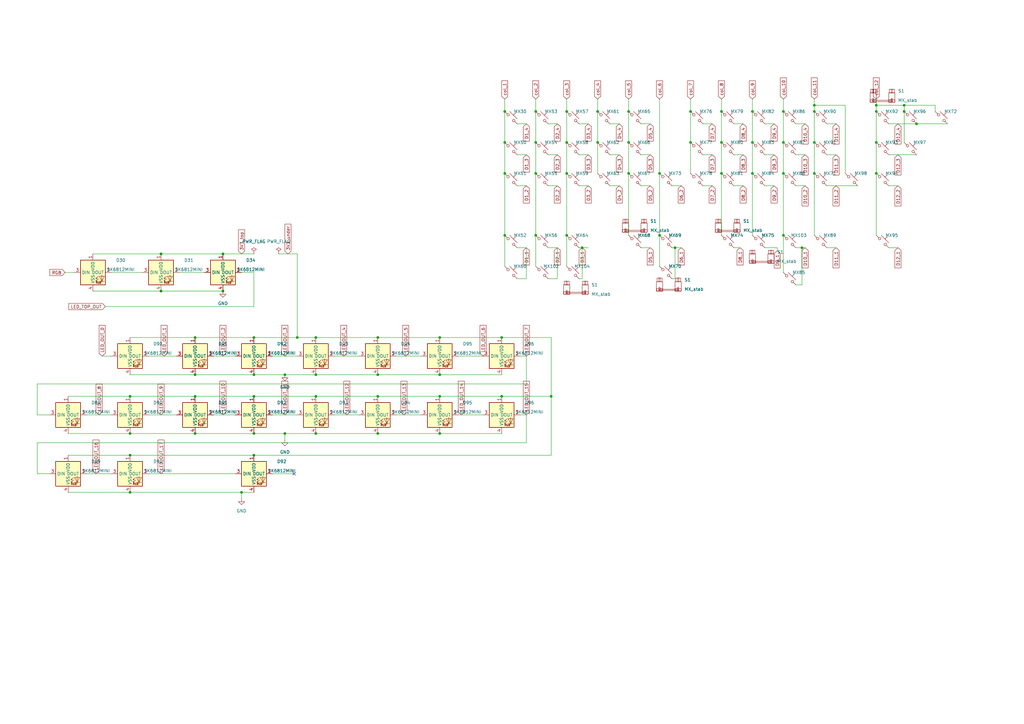
<source format=kicad_sch>
(kicad_sch (version 20230121) (generator eeschema)
  (paper "A3")
  (junction (at 295.91 45.72))
  (junction (at 129.54 162.56))
  (junction (at 104.14 153.67))
  (junction (at 154.94 138.43))
  (junction (at 80.01 177.8))
  (junction (at 232.41 71.12))
  (junction (at 321.31 96.52))
  (junction (at 129.54 177.8))
  (junction (at 219.71 71.12))
  (junction (at 53.34 201.93))
  (junction (at 270.51 71.12))
  (junction (at 104.14 177.8))
  (junction (at 232.41 45.72))
  (junction (at 245.11 45.72))
  (junction (at 116.84 153.67))
  (junction (at 180.34 153.67))
  (junction (at 207.01 71.12))
  (junction (at 207.01 96.52))
  (junction (at 257.81 45.72))
  (junction (at 232.41 58.42))
  (junction (at 154.94 177.8))
  (junction (at 226.06 162.56))
  (junction (at 207.01 58.42))
  (junction (at 129.54 138.43))
  (junction (at 359.41 45.72))
  (junction (at 91.44 119.38))
  (junction (at 328.93 101.6))
  (junction (at 359.41 71.12))
  (junction (at 283.21 45.72))
  (junction (at 334.01 58.42))
  (junction (at 180.34 138.43))
  (junction (at 180.34 177.8))
  (junction (at 104.14 162.56))
  (junction (at 205.74 138.43))
  (junction (at 80.01 153.67))
  (junction (at 66.04 104.14))
  (junction (at 295.91 71.12))
  (junction (at 308.61 71.12))
  (junction (at 232.41 96.52))
  (junction (at 180.34 162.56))
  (junction (at 219.71 96.52))
  (junction (at 321.31 71.12))
  (junction (at 80.01 138.43))
  (junction (at 370.84 45.72))
  (junction (at 359.41 58.42))
  (junction (at 99.06 201.93))
  (junction (at 257.81 71.12))
  (junction (at 308.61 58.42))
  (junction (at 207.01 45.72))
  (junction (at 154.94 153.67))
  (junction (at 53.34 162.56))
  (junction (at 66.04 119.38))
  (junction (at 104.14 186.69))
  (junction (at 154.94 162.56))
  (junction (at 205.74 162.56))
  (junction (at 219.71 45.72))
  (junction (at 334.01 45.72))
  (junction (at 321.31 45.72))
  (junction (at 257.81 58.42))
  (junction (at 370.84 43.18))
  (junction (at 283.21 58.42))
  (junction (at 359.41 43.18))
  (junction (at 53.34 177.8))
  (junction (at 104.14 138.43))
  (junction (at 375.92 50.8))
  (junction (at 245.11 58.42))
  (junction (at 116.84 177.8))
  (junction (at 219.71 58.42))
  (junction (at 91.44 104.14))
  (junction (at 334.01 71.12))
  (junction (at 238.76 101.6))
  (junction (at 129.54 153.67))
  (junction (at 276.86 101.6))
  (junction (at 270.51 96.52))
  (junction (at 80.01 162.56))
  (junction (at 321.31 58.42))
  (junction (at 334.01 43.18))
  (junction (at 53.34 186.69))
  (junction (at 295.91 58.42))
  (junction (at 308.61 45.72))
  (junction (at 121.92 138.43))
  (no_connect (at 120.65 194.31))
  (wire (pts (xy 35.56 194.31) (xy 45.72 194.31)))
  (wire (pts (xy 205.74 138.43) (xy 226.06 138.43)))
  (wire (pts (xy 245.11 40.64) (xy 245.11 45.72)))
  (wire (pts (xy 111.76 146.05) (xy 121.92 146.05)))
  (wire (pts (xy 226.06 138.43) (xy 226.06 162.56)))
  (wire (pts (xy 104.14 186.69) (xy 226.06 186.69)))
  (wire (pts (xy 80.01 138.43) (xy 104.14 138.43)))
  (wire (pts (xy 300.99 76.2) (xy 304.8 76.2)))
  (wire (pts (xy 326.39 76.2) (xy 330.2 76.2)))
  (wire (pts (xy 80.01 177.8) (xy 104.14 177.8)))
  (wire (pts (xy 154.94 153.67) (xy 180.34 153.67)))
  (wire (pts (xy 262.89 76.2) (xy 266.7 76.2)))
  (wire (pts (xy 359.41 71.12) (xy 359.41 96.52)))
  (wire (pts (xy 364.49 101.6) (xy 368.3 101.6)))
  (wire (pts (xy 308.61 58.42) (xy 308.61 71.12)))
  (wire (pts (xy 116.84 177.8) (xy 129.54 177.8)))
  (wire (pts (xy 383.54 45.72) (xy 383.54 43.18)))
  (wire (pts (xy 238.76 101.6) (xy 241.3 101.6)))
  (wire (pts (xy 237.49 50.8) (xy 241.3 50.8)))
  (wire (pts (xy 111.76 170.18) (xy 121.92 170.18)))
  (wire (pts (xy 219.71 71.12) (xy 219.71 96.52)))
  (wire (pts (xy 121.92 138.43) (xy 129.54 138.43)))
  (wire (pts (xy 321.31 71.12) (xy 321.31 96.52)))
  (wire (pts (xy 137.16 170.18) (xy 147.32 170.18)))
  (wire (pts (xy 207.01 45.72) (xy 207.01 58.42)))
  (wire (pts (xy 375.92 50.8) (xy 388.62 50.8)))
  (wire (pts (xy 359.41 40.64) (xy 359.41 43.18)))
  (wire (pts (xy 250.19 50.8) (xy 254 50.8)))
  (wire (pts (xy 257.81 45.72) (xy 257.81 58.42)))
  (wire (pts (xy 283.21 45.72) (xy 283.21 58.42)))
  (wire (pts (xy 270.51 71.12) (xy 270.51 96.52)))
  (wire (pts (xy 41.91 146.05) (xy 45.72 146.05)))
  (wire (pts (xy 129.54 138.43) (xy 154.94 138.43)))
  (wire (pts (xy 364.49 50.8) (xy 375.92 50.8)))
  (wire (pts (xy 276.86 114.3) (xy 276.86 101.6)))
  (wire (pts (xy 313.69 76.2) (xy 317.5 76.2)))
  (wire (pts (xy 308.61 71.12) (xy 308.61 96.52)))
  (wire (pts (xy 346.71 43.18) (xy 334.01 43.18)))
  (wire (pts (xy 245.11 45.72) (xy 245.11 58.42)))
  (wire (pts (xy 237.49 101.6) (xy 238.76 101.6)))
  (wire (pts (xy 99.06 111.76) (xy 104.14 111.76)))
  (wire (pts (xy 238.76 114.3) (xy 238.76 101.6)))
  (wire (pts (xy 237.49 114.3) (xy 238.76 114.3)))
  (wire (pts (xy 321.31 45.72) (xy 321.31 58.42)))
  (wire (pts (xy 224.79 50.8) (xy 228.6 50.8)))
  (wire (pts (xy 300.99 50.8) (xy 304.8 50.8)))
  (wire (pts (xy 66.04 104.14) (xy 91.44 104.14)))
  (wire (pts (xy 66.04 119.38) (xy 91.44 119.38)))
  (wire (pts (xy 232.41 40.64) (xy 232.41 45.72)))
  (wire (pts (xy 27.94 162.56) (xy 53.34 162.56)))
  (wire (pts (xy 250.19 63.5) (xy 254 63.5)))
  (wire (pts (xy 207.01 96.52) (xy 207.01 109.22)))
  (wire (pts (xy 308.61 40.64) (xy 308.61 45.72)))
  (wire (pts (xy 154.94 162.56) (xy 180.34 162.56)))
  (wire (pts (xy 212.09 50.8) (xy 215.9 50.8)))
  (wire (pts (xy 295.91 40.64) (xy 295.91 45.72)))
  (wire (pts (xy 99.06 201.93) (xy 99.06 204.47)))
  (wire (pts (xy 60.96 146.05) (xy 72.39 146.05)))
  (wire (pts (xy 313.69 101.6) (xy 318.77 101.6)))
  (wire (pts (xy 262.89 63.5) (xy 266.7 63.5)))
  (wire (pts (xy 15.24 170.18) (xy 20.32 170.18)))
  (wire (pts (xy 288.29 50.8) (xy 292.1 50.8)))
  (wire (pts (xy 383.54 43.18) (xy 370.84 43.18)))
  (wire (pts (xy 283.21 58.42) (xy 283.21 71.12)))
  (wire (pts (xy 334.01 40.64) (xy 334.01 43.18)))
  (wire (pts (xy 334.01 71.12) (xy 334.01 96.52)))
  (wire (pts (xy 215.9 170.18) (xy 215.9 181.61)))
  (wire (pts (xy 232.41 96.52) (xy 232.41 109.22)))
  (wire (pts (xy 129.54 153.67) (xy 154.94 153.67)))
  (wire (pts (xy 137.16 146.05) (xy 147.32 146.05)))
  (wire (pts (xy 224.79 101.6) (xy 228.6 101.6)))
  (wire (pts (xy 219.71 45.72) (xy 219.71 58.42)))
  (wire (pts (xy 53.34 162.56) (xy 80.01 162.56)))
  (wire (pts (xy 334.01 45.72) (xy 334.01 58.42)))
  (wire (pts (xy 232.41 45.72) (xy 232.41 58.42)))
  (wire (pts (xy 207.01 71.12) (xy 207.01 96.52)))
  (wire (pts (xy 15.24 157.48) (xy 15.24 170.18)))
  (wire (pts (xy 313.69 50.8) (xy 317.5 50.8)))
  (wire (pts (xy 359.41 45.72) (xy 359.41 58.42)))
  (wire (pts (xy 219.71 58.42) (xy 219.71 71.12)))
  (wire (pts (xy 232.41 71.12) (xy 232.41 96.52)))
  (wire (pts (xy 270.51 40.64) (xy 270.51 71.12)))
  (wire (pts (xy 213.36 170.18) (xy 215.9 170.18)))
  (wire (pts (xy 257.81 58.42) (xy 257.81 71.12)))
  (wire (pts (xy 80.01 153.67) (xy 104.14 153.67)))
  (wire (pts (xy 321.31 40.64) (xy 321.31 45.72)))
  (wire (pts (xy 87.63 170.18) (xy 96.52 170.18)))
  (wire (pts (xy 245.11 58.42) (xy 245.11 71.12)))
  (wire (pts (xy 111.76 194.31) (xy 120.65 194.31)))
  (wire (pts (xy 226.06 162.56) (xy 205.74 162.56)))
  (wire (pts (xy 339.09 50.8) (xy 342.9 50.8)))
  (wire (pts (xy 215.9 157.48) (xy 15.24 157.48)))
  (wire (pts (xy 339.09 101.6) (xy 342.9 101.6)))
  (wire (pts (xy 207.01 40.64) (xy 207.01 45.72)))
  (wire (pts (xy 226.06 162.56) (xy 226.06 186.69)))
  (wire (pts (xy 318.77 101.6) (xy 318.77 102.87)))
  (wire (pts (xy 228.6 101.6) (xy 228.6 114.3)))
  (wire (pts (xy 53.34 201.93) (xy 99.06 201.93)))
  (wire (pts (xy 275.59 101.6) (xy 276.86 101.6)))
  (wire (pts (xy 15.24 194.31) (xy 20.32 194.31)))
  (wire (pts (xy 328.93 116.84) (xy 328.93 101.6)))
  (wire (pts (xy 308.61 45.72) (xy 308.61 58.42)))
  (wire (pts (xy 224.79 114.3) (xy 228.6 114.3)))
  (wire (pts (xy 162.56 170.18) (xy 172.72 170.18)))
  (wire (pts (xy 35.56 170.18) (xy 45.72 170.18)))
  (wire (pts (xy 370.84 45.72) (xy 370.84 58.42)))
  (wire (pts (xy 104.14 111.76) (xy 104.14 125.73)))
  (wire (pts (xy 359.41 58.42) (xy 359.41 71.12)))
  (wire (pts (xy 91.44 104.14) (xy 104.14 104.14)))
  (wire (pts (xy 212.09 101.6) (xy 215.9 101.6)))
  (wire (pts (xy 346.71 43.18) (xy 346.71 71.12)))
  (wire (pts (xy 215.9 181.61) (xy 15.24 181.61)))
  (wire (pts (xy 27.94 177.8) (xy 53.34 177.8)))
  (wire (pts (xy 114.3 104.14) (xy 121.92 104.14)))
  (wire (pts (xy 224.79 63.5) (xy 228.6 63.5)))
  (wire (pts (xy 104.14 138.43) (xy 121.92 138.43)))
  (wire (pts (xy 104.14 153.67) (xy 116.84 153.67)))
  (wire (pts (xy 275.59 76.2) (xy 279.4 76.2)))
  (wire (pts (xy 60.96 194.31) (xy 96.52 194.31)))
  (wire (pts (xy 180.34 162.56) (xy 205.74 162.56)))
  (wire (pts (xy 370.84 43.18) (xy 359.41 43.18)))
  (wire (pts (xy 262.89 101.6) (xy 266.7 101.6)))
  (wire (pts (xy 26.67 111.76) (xy 30.48 111.76)))
  (wire (pts (xy 288.29 63.5) (xy 292.1 63.5)))
  (wire (pts (xy 60.96 170.18) (xy 72.39 170.18)))
  (wire (pts (xy 154.94 177.8) (xy 180.34 177.8)))
  (wire (pts (xy 212.09 63.5) (xy 215.9 63.5)))
  (wire (pts (xy 313.69 63.5) (xy 317.5 63.5)))
  (wire (pts (xy 162.56 146.05) (xy 172.72 146.05)))
  (wire (pts (xy 326.39 50.8) (xy 330.2 50.8)))
  (wire (pts (xy 15.24 181.61) (xy 15.24 194.31)))
  (wire (pts (xy 53.34 153.67) (xy 80.01 153.67)))
  (wire (pts (xy 45.72 111.76) (xy 58.42 111.76)))
  (wire (pts (xy 295.91 58.42) (xy 295.91 71.12)))
  (wire (pts (xy 326.39 101.6) (xy 328.93 101.6)))
  (wire (pts (xy 334.01 43.18) (xy 334.01 45.72)))
  (wire (pts (xy 53.34 186.69) (xy 104.14 186.69)))
  (wire (pts (xy 215.9 146.05) (xy 215.9 157.48)))
  (wire (pts (xy 262.89 50.8) (xy 266.7 50.8)))
  (wire (pts (xy 257.81 40.64) (xy 257.81 45.72)))
  (wire (pts (xy 276.86 101.6) (xy 279.4 101.6)))
  (wire (pts (xy 180.34 153.67) (xy 205.74 153.67)))
  (wire (pts (xy 104.14 162.56) (xy 129.54 162.56)))
  (wire (pts (xy 339.09 63.5) (xy 342.9 63.5)))
  (wire (pts (xy 219.71 96.52) (xy 219.71 109.22)))
  (wire (pts (xy 359.41 43.18) (xy 359.41 45.72)))
  (wire (pts (xy 129.54 177.8) (xy 154.94 177.8)))
  (wire (pts (xy 283.21 40.64) (xy 283.21 45.72)))
  (wire (pts (xy 38.1 104.14) (xy 66.04 104.14)))
  (wire (pts (xy 334.01 58.42) (xy 334.01 71.12)))
  (wire (pts (xy 38.1 119.38) (xy 66.04 119.38)))
  (wire (pts (xy 219.71 40.64) (xy 219.71 45.72)))
  (wire (pts (xy 275.59 114.3) (xy 276.86 114.3)))
  (wire (pts (xy 187.96 146.05) (xy 198.12 146.05)))
  (wire (pts (xy 187.96 170.18) (xy 198.12 170.18)))
  (wire (pts (xy 295.91 71.12) (xy 295.91 96.52)))
  (wire (pts (xy 80.01 162.56) (xy 104.14 162.56)))
  (wire (pts (xy 328.93 101.6) (xy 330.2 101.6)))
  (wire (pts (xy 99.06 201.93) (xy 104.14 201.93)))
  (wire (pts (xy 364.49 76.2) (xy 368.3 76.2)))
  (wire (pts (xy 213.36 146.05) (xy 215.9 146.05)))
  (wire (pts (xy 339.09 76.2) (xy 351.79 76.2)))
  (wire (pts (xy 326.39 116.84) (xy 328.93 116.84)))
  (wire (pts (xy 207.01 58.42) (xy 207.01 71.12)))
  (wire (pts (xy 288.29 76.2) (xy 292.1 76.2)))
  (wire (pts (xy 53.34 138.43) (xy 80.01 138.43)))
  (wire (pts (xy 215.9 101.6) (xy 215.9 114.3)))
  (wire (pts (xy 224.79 76.2) (xy 228.6 76.2)))
  (wire (pts (xy 116.84 153.67) (xy 129.54 153.67)))
  (wire (pts (xy 53.34 177.8) (xy 80.01 177.8)))
  (wire (pts (xy 370.84 45.72) (xy 370.84 43.18)))
  (wire (pts (xy 27.94 186.69) (xy 53.34 186.69)))
  (wire (pts (xy 257.81 71.12) (xy 257.81 96.52)))
  (wire (pts (xy 295.91 45.72) (xy 295.91 58.42)))
  (wire (pts (xy 73.66 111.76) (xy 83.82 111.76)))
  (wire (pts (xy 116.84 177.8) (xy 116.84 180.34)))
  (wire (pts (xy 27.94 201.93) (xy 53.34 201.93)))
  (wire (pts (xy 321.31 96.52) (xy 321.31 111.76)))
  (wire (pts (xy 87.63 146.05) (xy 96.52 146.05)))
  (wire (pts (xy 237.49 63.5) (xy 241.3 63.5)))
  (wire (pts (xy 300.99 63.5) (xy 304.8 63.5)))
  (wire (pts (xy 237.49 76.2) (xy 241.3 76.2)))
  (wire (pts (xy 43.18 125.73) (xy 104.14 125.73)))
  (wire (pts (xy 321.31 58.42) (xy 321.31 71.12)))
  (wire (pts (xy 270.51 96.52) (xy 270.51 109.22)))
  (wire (pts (xy 300.99 101.6) (xy 303.53 101.6)))
  (wire (pts (xy 232.41 58.42) (xy 232.41 71.12)))
  (wire (pts (xy 154.94 138.43) (xy 180.34 138.43)))
  (wire (pts (xy 364.49 63.5) (xy 375.92 63.5)))
  (wire (pts (xy 212.09 114.3) (xy 215.9 114.3)))
  (wire (pts (xy 180.34 177.8) (xy 205.74 177.8)))
  (wire (pts (xy 129.54 162.56) (xy 154.94 162.56)))
  (wire (pts (xy 180.34 138.43) (xy 205.74 138.43)))
  (wire (pts (xy 250.19 76.2) (xy 254 76.2)))
  (wire (pts (xy 104.14 177.8) (xy 116.84 177.8)))
  (wire (pts (xy 121.92 104.14) (xy 121.92 138.43)))
  (wire (pts (xy 326.39 63.5) (xy 330.2 63.5)))
  (wire (pts (xy 212.09 76.2) (xy 215.9 76.2)))
  (global_label "D3_3" (shape input) (at 241.3 63.5 270) (property "Intersheetrefs" "${INTERSHEET_REFS}" (effects hide)))
  (global_label "D9_2" (shape input) (at 317.5 76.2 270) (property "Intersheetrefs" "${INTERSHEET_REFS}" (effects hide)))
  (global_label "D1_1" (shape input) (at 215.9 101.6 270) (property "Intersheetrefs" "${INTERSHEET_REFS}" (effects hide)))
  (global_label "D9_1" (shape input) (at 318.77 102.87 270) (property "Intersheetrefs" "${INTERSHEET_REFS}" (effects hide)))
  (global_label "col_7" (shape input) (at 283.21 40.64 90) (property "Intersheetrefs" "${INTERSHEET_REFS}" (effects hide)))
  (global_label "D10_3" (shape input) (at 330.2 63.5 270) (property "Intersheetrefs" "${INTERSHEET_REFS}" (effects hide)))
  (global_label "D3_4" (shape input) (at 241.3 50.8 270) (property "Intersheetrefs" "${INTERSHEET_REFS}" (effects hide)))
  (global_label "D8_2" (shape input) (at 304.8 76.2 270) (property "Intersheetrefs" "${INTERSHEET_REFS}" (effects hide)))
  (global_label "D10_1" (shape input) (at 330.2 101.6 270) (property "Intersheetrefs" "${INTERSHEET_REFS}" (effects hide)))
  (global_label "LED_OUT_7" (shape input) (at 215.9 146.05 90) (property "Intersheetrefs" "${INTERSHEET_REFS}" (effects hide)))
  (global_label "LED_OUT_14" (shape input) (at 189.23 170.18 90) (property "Intersheetrefs" "${INTERSHEET_REFS}" (effects hide)))
  (global_label "col_5" (shape input) (at 257.81 40.64 90) (property "Intersheetrefs" "${INTERSHEET_REFS}" (effects hide)))
  (global_label "D9_3" (shape input) (at 317.5 63.5 270) (property "Intersheetrefs" "${INTERSHEET_REFS}" (effects hide)))
  (global_label "D12_3" (shape input) (at 368.3 63.5 270) (property "Intersheetrefs" "${INTERSHEET_REFS}" (effects hide)))
  (global_label "D12_2" (shape input) (at 368.3 76.2 270) (property "Intersheetrefs" "${INTERSHEET_REFS}" (effects hide)))
  (global_label "D9_4" (shape input) (at 317.5 50.8 270) (property "Intersheetrefs" "${INTERSHEET_REFS}" (effects hide)))
  (global_label "LED_OUT_8" (shape input) (at 40.64 170.18 90) (property "Intersheetrefs" "${INTERSHEET_REFS}" (effects hide)))
  (global_label "D11_3" (shape input) (at 342.9 63.5 270) (property "Intersheetrefs" "${INTERSHEET_REFS}" (effects hide)))
  (global_label "D2_4" (shape input) (at 228.6 50.8 270) (property "Intersheetrefs" "${INTERSHEET_REFS}" (effects hide)))
  (global_label "D10_2" (shape input) (at 330.2 76.2 270) (property "Intersheetrefs" "${INTERSHEET_REFS}" (effects hide)))
  (global_label "D4_2" (shape input) (at 254 76.2 270) (property "Intersheetrefs" "${INTERSHEET_REFS}" (effects hide)))
  (global_label "LED_OUT_17" (shape input) (at 66.04 194.31 90) (property "Intersheetrefs" "${INTERSHEET_REFS}" (effects hide)))
  (global_label "col_11" (shape input) (at 334.01 40.64 90) (property "Intersheetrefs" "${INTERSHEET_REFS}" (effects hide)))
  (global_label "LED_OUT_5" (shape input) (at 166.37 146.05 90) (property "Intersheetrefs" "${INTERSHEET_REFS}" (effects hide)))
  (global_label "LED_OUT_1" (shape input) (at 67.31 146.05 90) (property "Intersheetrefs" "${INTERSHEET_REFS}" (effects hide)))
  (global_label "LED_OUT_3" (shape input) (at 116.84 146.05 90) (property "Intersheetrefs" "${INTERSHEET_REFS}" (effects hide)))
  (global_label "LED_OUT_11" (shape input) (at 116.84 170.18 90) (property "Intersheetrefs" "${INTERSHEET_REFS}" (effects hide)))
  (global_label "col_8" (shape input) (at 295.91 40.64 90) (property "Intersheetrefs" "${INTERSHEET_REFS}" (effects hide)))
  (global_label "LED_OUT_12" (shape input) (at 142.24 170.18 90) (property "Intersheetrefs" "${INTERSHEET_REFS}" (effects hide)))
  (global_label "3V3_top" (shape input) (at 99.06 104.14 90) (property "Intersheetrefs" "${INTERSHEET_REFS}" (effects hide)))
  (global_label "col_12" (shape input) (at 359.41 40.64 90) (property "Intersheetrefs" "${INTERSHEET_REFS}" (effects hide)))
  (global_label "D8_4" (shape input) (at 304.8 50.8 270) (property "Intersheetrefs" "${INTERSHEET_REFS}" (effects hide)))
  (global_label "D1_4" (shape input) (at 215.9 50.8 270) (property "Intersheetrefs" "${INTERSHEET_REFS}" (effects hide)))
  (global_label "D11_4" (shape input) (at 342.9 50.8 270) (property "Intersheetrefs" "${INTERSHEET_REFS}" (effects hide)))
  (global_label "D5_4" (shape input) (at 266.7 50.8 270) (property "Intersheetrefs" "${INTERSHEET_REFS}" (effects hide)))
  (global_label "D4_3" (shape input) (at 254 63.5 270) (property "Intersheetrefs" "${INTERSHEET_REFS}" (effects hide)))
  (global_label "D10_4" (shape input) (at 330.2 50.8 270) (property "Intersheetrefs" "${INTERSHEET_REFS}" (effects hide)))
  (global_label "LED_OUT_16" (shape input) (at 39.37 194.31 90) (property "Intersheetrefs" "${INTERSHEET_REFS}" (effects hide)))
  (global_label "col_6" (shape input) (at 270.51 40.64 90) (property "Intersheetrefs" "${INTERSHEET_REFS}" (effects hide)))
  (global_label "col_9" (shape input) (at 308.61 40.64 90) (property "Intersheetrefs" "${INTERSHEET_REFS}" (effects hide)))
  (global_label "D2_1" (shape input) (at 228.6 101.6 270) (property "Intersheetrefs" "${INTERSHEET_REFS}" (effects hide)))
  (global_label "D1_2" (shape input) (at 215.9 76.2 270) (property "Intersheetrefs" "${INTERSHEET_REFS}" (effects hide)))
  (global_label "D7_3" (shape input) (at 292.1 63.5 270) (property "Intersheetrefs" "${INTERSHEET_REFS}" (effects hide)))
  (global_label "LED_OUT_2" (shape input) (at 91.44 146.05 90) (property "Intersheetrefs" "${INTERSHEET_REFS}" (effects hide)))
  (global_label "LED_OUT_13" (shape input) (at 165.6835 170.18 90) (property "Intersheetrefs" "${INTERSHEET_REFS}" (effects hide)))
  (global_label "D3_1" (shape input) (at 238.76 101.6 270) (property "Intersheetrefs" "${INTERSHEET_REFS}" (effects hide)))
  (global_label "D2_2" (shape input) (at 228.6 76.2 270) (property "Intersheetrefs" "${INTERSHEET_REFS}" (effects hide)))
  (global_label "col_3" (shape input) (at 232.41 40.64 90) (property "Intersheetrefs" "${INTERSHEET_REFS}" (effects hide)))
  (global_label "LED_OUT_10" (shape input) (at 91.44 170.18 90) (property "Intersheetrefs" "${INTERSHEET_REFS}" (effects hide)))
  (global_label "D6_2" (shape input) (at 279.4 76.2 270) (property "Intersheetrefs" "${INTERSHEET_REFS}" (effects hide)))
  (global_label "LED_OUT_4" (shape input) (at 140.97 146.05 90) (property "Intersheetrefs" "${INTERSHEET_REFS}" (effects hide)))
  (global_label "D5_3" (shape input) (at 266.7 63.5 270) (property "Intersheetrefs" "${INTERSHEET_REFS}" (effects hide)))
  (global_label "col_2" (shape input) (at 219.71 40.64 90) (property "Intersheetrefs" "${INTERSHEET_REFS}" (effects hide)))
  (global_label "col_10" (shape input) (at 321.31 40.64 90) (property "Intersheetrefs" "${INTERSHEET_REFS}" (effects hide)))
  (global_label "D5_1" (shape input) (at 266.7 101.6 270) (property "Intersheetrefs" "${INTERSHEET_REFS}" (effects hide)))
  (global_label "D11_1" (shape input) (at 342.9 101.6 270) (property "Intersheetrefs" "${INTERSHEET_REFS}" (effects hide)))
  (global_label "D2_3" (shape input) (at 228.6 63.5 270) (property "Intersheetrefs" "${INTERSHEET_REFS}" (effects hide)))
  (global_label "RGB" (shape input) (at 26.67 111.76 180) (property "Intersheetrefs" "${INTERSHEET_REFS}" (effects hide)))
  (global_label "3V3_under" (shape input) (at 118.11 104.14 90) (property "Intersheetrefs" "${INTERSHEET_REFS}" (effects hide)))
  (global_label "D6_1" (shape input) (at 279.4 101.6 270) (property "Intersheetrefs" "${INTERSHEET_REFS}" (effects hide)))
  (global_label "D11_2" (shape input) (at 342.9 76.2 270) (property "Intersheetrefs" "${INTERSHEET_REFS}" (effects hide)))
  (global_label "D7_2" (shape input) (at 292.1 76.2 270) (property "Intersheetrefs" "${INTERSHEET_REFS}" (effects hide)))
  (global_label "col_1" (shape input) (at 207.01 40.64 90) (property "Intersheetrefs" "${INTERSHEET_REFS}" (effects hide)))
  (global_label "D12_1" (shape input) (at 368.3 101.6 270) (property "Intersheetrefs" "${INTERSHEET_REFS}" (effects hide)))
  (global_label "D4_4" (shape input) (at 254 50.8 270) (property "Intersheetrefs" "${INTERSHEET_REFS}" (effects hide)))
  (global_label "col_4" (shape input) (at 245.11 40.64 90) (property "Intersheetrefs" "${INTERSHEET_REFS}" (effects hide)))
  (global_label "LED_OUT_0" (shape input) (at 41.91 146.05 90) (property "Intersheetrefs" "${INTERSHEET_REFS}" (effects hide)))
  (global_label "D8_1" (shape input) (at 303.53 101.6 270) (property "Intersheetrefs" "${INTERSHEET_REFS}" (effects hide)))
  (global_label "D5_2" (shape input) (at 266.7 76.2 270) (property "Intersheetrefs" "${INTERSHEET_REFS}" (effects hide)))
  (global_label "LED_OUT_9" (shape input) (at 66.04 170.18 90) (property "Intersheetrefs" "${INTERSHEET_REFS}" (effects hide)))
  (global_label "D8_3" (shape input) (at 304.8 63.5 270) (property "Intersheetrefs" "${INTERSHEET_REFS}" (effects hide)))
  (global_label "D3_2" (shape input) (at 241.3 76.2 270) (property "Intersheetrefs" "${INTERSHEET_REFS}" (effects hide)))
  (global_label "LED_OUT_15" (shape input) (at 215.9 170.18 90) (property "Intersheetrefs" "${INTERSHEET_REFS}" (effects hide)))
  (global_label "LED_TOP_OUT" (shape input) (at 43.18 125.73 180) (property "Intersheetrefs" "${INTERSHEET_REFS}" (effects hide)))
  (global_label "D1_3" (shape input) (at 215.9 63.5 270) (property "Intersheetrefs" "${INTERSHEET_REFS}" (effects hide)))
  (global_label "LED_OUT_6" (shape input) (at 198.12 146.05 90) (property "Intersheetrefs" "${INTERSHEET_REFS}" (effects hide)))
  (global_label "D7_4" (shape input) (at 292.1 50.8 270) (property "Intersheetrefs" "${INTERSHEET_REFS}" (effects hide)))
  (global_label "D12_4" (shape input) (at 368.3 50.8 270) (property "Intersheetrefs" "${INTERSHEET_REFS}" (effects hide)))
  (symbol (lib_id "PCM_marbastlib-various:SK6812MINI-E") (at 27.94 194.31 0) (unit 1)
    (property "Reference" "D89" (at 39.37 189.2932 0))
    (property "Value" "SK6812MINI" (at 39.37 193.1032 0))
    (property "Footprint" "weteor:LED_6028R_no_cut" (effects hide))
    (property "Datasheet" "https://cdn-shop.adafruit.com/product-files/2686/SK6812MINI_REV.01-1-2.pdf" (effects hide))
    (instances (project "qiz" (path "" (reference "D89") (unit 1)) (path "" (reference "D20") (unit 1)) (path "" (reference "D25") (unit 1))))
  )
  (symbol (lib_id "PCM_marbastlib-various:SK6812MINI-E") (at 53.34 146.05 0) (unit 1)
    (property "Reference" "D90" (at 64.77 141.0332 0))
    (property "Value" "SK6812MINI" (at 64.77 144.8432 0))
    (property "Footprint" "weteor:LED_6028R_no_cut" (effects hide))
    (property "Datasheet" "https://cdn-shop.adafruit.com/product-files/2686/SK6812MINI_REV.01-1-2.pdf" (effects hide))
    (instances (project "qiz" (path "" (reference "D90") (unit 1)) (path "" (reference "D49") (unit 1)) (path "" (reference "D101") (unit 1))))
  )
  (symbol (lib_id "PCM_marbastlib-mx:MX_stab") (at 312.42 105.41 0) (unit 1)
    (property "Reference" "S1" (at 318.77 103.3779 0) (effects (justify left)))
    (property "Value" "MX_stab" (at 318.77 107.1879 0) (effects (justify left)))
    (property "Footprint" "PCM_marbastlib-mx:STAB_MX_2.75u" (effects hide))
    (instances (project "qiz" (path "" (reference "S1") (unit 1)) (path "" (reference "S10") (unit 1))))
  )
  (symbol (lib_id "PCM_marbastlib-various:SK6812MINI-E") (at 129.54 146.05 0) (unit 1)
    (property "Reference" "D93" (at 140.97 141.0332 0))
    (property "Value" "SK6812MINI" (at 140.97 144.8432 0))
    (property "Footprint" "weteor:LED_6028R_no_cut" (effects hide))
    (property "Datasheet" "https://cdn-shop.adafruit.com/product-files/2686/SK6812MINI_REV.01-1-2.pdf" (effects hide))
    (instances (project "qiz" (path "" (reference "D93") (unit 1)) (path "" (reference "D93") (unit 1)) (path "" (reference "D104") (unit 1))))
  )
  (symbol (lib_id "PCM_marbastlib-various:SK6812MINI-E") (at 53.34 194.31 0) (unit 1)
    (property "Reference" "D90" (at 64.77 189.2932 0))
    (property "Value" "SK6812MINI" (at 64.77 193.1032 0))
    (property "Footprint" "weteor:LED_6028R_no_cut" (effects hide))
    (property "Datasheet" "https://cdn-shop.adafruit.com/product-files/2686/SK6812MINI_REV.01-1-2.pdf" (effects hide))
    (instances (project "qiz" (path "" (reference "D90") (unit 1)) (path "" (reference "D21") (unit 1)) (path "" (reference "D27") (unit 1))))
  )
  (symbol (lib_id "PCM_marbastlib-various:SK6812MINI-E") (at 27.94 170.18 0) (unit 1)
    (property "Reference" "D89" (at 39.37 165.1632 0))
    (property "Value" "SK6812MINI" (at 39.37 168.9732 0))
    (property "Footprint" "weteor:LED_6028R_no_cut" (effects hide))
    (property "Datasheet" "https://cdn-shop.adafruit.com/product-files/2686/SK6812MINI_REV.01-1-2.pdf" (effects hide))
    (instances (project "qiz" (path "" (reference "D89") (unit 1)) (path "" (reference "D12") (unit 1)) (path "" (reference "D24") (unit 1))))
  )
  (symbol (lib_id "PCM_marbastlib-mx:MX_SW_HS") (at 336.55 60.96 0) (unit 1)
    (property "Reference" "MX91" (at 340.36 58.42 0))
    (property "Value" "MX_SW_HS" (effects hide))
    (property "Footprint" "weteor:CherryMX_Hotswap" (effects hide))
    (instances (project "qiz" (path "" (reference "MX91") (unit 1)) (path "" (reference "MX74") (unit 1))))
  )
  (symbol (lib_id "PCM_marbastlib-various:SK6812MINI-E") (at 104.14 146.05 0) (unit 1)
    (property "Reference" "D92" (at 115.57 141.0332 0))
    (property "Value" "SK6812MINI" (at 115.57 144.8432 0))
    (property "Footprint" "weteor:LED_6028R_no_cut" (effects hide))
    (property "Datasheet" "https://cdn-shop.adafruit.com/product-files/2686/SK6812MINI_REV.01-1-2.pdf" (effects hide))
    (instances (project "qiz" (path "" (reference "D92") (unit 1)) (path "" (reference "D92") (unit 1)) (path "" (reference "D103") (unit 1))))
  )
  (symbol (lib_id "PCM_marbastlib-various:SK6812MINI-E") (at 91.44 111.76 0) (unit 1)
    (property "Reference" "D34" (at 102.87 106.7432 0))
    (property "Value" "SK6812MINI" (at 102.87 110.5532 0))
    (property "Footprint" "PCM_marbastlib-various:LED_6028R" (effects hide))
    (property "Datasheet" "https://cdn-shop.adafruit.com/product-files/2686/SK6812MINI_REV.01-1-2.pdf" (effects hide))
    (instances (project "qiz" (path "" (reference "D34") (unit 1)) (path "" (reference "D91") (unit 1)) (path "" (reference "D99") (unit 1))))
  )
  (symbol (lib_id "PCM_marbastlib-mx:MX_SW_HS") (at 336.55 99.06 0) (unit 1)
    (property "Reference" "MX89" (at 340.36 96.52 0))
    (property "Value" "MX_SW_HS" (effects hide))
    (property "Footprint" "weteor:CherryMX_Hotswap" (effects hide))
    (instances (project "qiz" (path "" (reference "MX89") (unit 1)) (path "" (reference "MX97") (unit 1))))
  )
  (symbol (lib_id "PCM_marbastlib-mx:MX_stab") (at 361.95 39.37 0) (unit 1)
    (property "Reference" "S1" (at 368.3 37.3379 0) (effects (justify left)))
    (property "Value" "MX_stab" (at 368.3 41.1479 0) (effects (justify left)))
    (property "Footprint" "PCM_marbastlib-mx:STAB_MX_ISO" (effects hide))
    (instances (project "qiz" (path "" (reference "S1") (unit 1)) (path "" (reference "S6") (unit 1))))
  )
  (symbol (lib_id "PCM_marbastlib-mx:MX_SW_HS") (at 373.38 60.96 0) (unit 1)
    (property "Reference" "MX97" (at 377.19 58.42 0))
    (property "Value" "MX_SW_HS" (effects hide))
    (property "Footprint" "weteor:CherryMX_Hotswap_1.5u" (effects hide))
    (instances (project "qiz" (path "" (reference "MX97") (unit 1)) (path "" (reference "MX76") (unit 1))))
  )
  (symbol (lib_id "PCM_marbastlib-mx:MX_SW_HS") (at 323.85 73.66 0) (unit 1)
    (property "Reference" "MX88" (at 327.66 71.12 0))
    (property "Value" "MX_SW_HS" (effects hide))
    (property "Footprint" "weteor:CherryMX_Hotswap" (effects hide))
    (instances (project "qiz" (path "" (reference "MX88") (unit 1)) (path "" (reference "MX86") (unit 1))))
  )
  (symbol (lib_id "PCM_marbastlib-various:SK6812MINI-E") (at 66.04 111.76 0) (unit 1)
    (property "Reference" "D31" (at 77.47 106.7432 0))
    (property "Value" "SK6812MINI" (at 77.47 110.5532 0))
    (property "Footprint" "PCM_marbastlib-various:LED_6028R" (effects hide))
    (property "Datasheet" "https://cdn-shop.adafruit.com/product-files/2686/SK6812MINI_REV.01-1-2.pdf" (effects hide))
    (instances (project "qiz" (path "" (reference "D31") (unit 1)) (path "" (reference "D89") (unit 1)) (path "" (reference "D98") (unit 1))))
  )
  (symbol (lib_id "PCM_marbastlib-mx:MX_SW_HS") (at 323.85 99.06 0) (unit 1)
    (property "Reference" "MX103" (at 327.66 96.52 0))
    (property "Value" "MX_SW_HS" (effects hide))
    (property "Footprint" "weteor:CherryMX_Hotswap_1.25u" (effects hide))
    (instances (project "qiz" (path "" (reference "MX103") (unit 1)) (path "" (reference "MX95") (unit 1))))
  )
  (symbol (lib_id "PCM_marbastlib-various:SK6812MINI-E") (at 104.14 170.18 0) (unit 1)
    (property "Reference" "D92" (at 115.57 165.1632 0))
    (property "Value" "SK6812MINI" (at 115.57 168.9732 0))
    (property "Footprint" "weteor:LED_6028R_no_cut" (effects hide))
    (property "Datasheet" "https://cdn-shop.adafruit.com/product-files/2686/SK6812MINI_REV.01-1-2.pdf" (effects hide))
    (instances (project "qiz" (path "" (reference "D92") (unit 1)) (path "" (reference "D15") (unit 1)) (path "" (reference "D30") (unit 1))))
  )
  (symbol (lib_id "PCM_marbastlib-mx:MX_SW_HS") (at 234.95 111.76 0) (unit 1)
    (property "Reference" "MX104" (at 238.76 109.22 0))
    (property "Value" "MX_SW_HS" (effects hide))
    (property "Footprint" "weteor:CherryMX_Hotswap" (effects hide))
    (instances (project "qiz" (path "" (reference "MX104") (unit 1)) (path "" (reference "MX101") (unit 1))))
  )
  (symbol (lib_id "PCM_marbastlib-various:SK6812MINI-E") (at 38.1 111.76 0) (unit 1)
    (property "Reference" "D30" (at 49.53 106.7432 0))
    (property "Value" "SK6812MINI" (at 49.53 110.5532 0))
    (property "Footprint" "PCM_marbastlib-various:LED_6028R" (effects hide))
    (property "Datasheet" "https://cdn-shop.adafruit.com/product-files/2686/SK6812MINI_REV.01-1-2.pdf" (effects hide))
    (instances (project "qiz" (path "" (reference "D30") (unit 1)) (path "" (reference "D48") (unit 1)) (path "" (reference "D97") (unit 1))))
  )
  (symbol (lib_id "PCM_marbastlib-mx:MX_stab") (at 298.45 92.71 0) (unit 1)
    (property "Reference" "S1" (at 304.8 90.6779 0) (effects (justify left)))
    (property "Value" "MX_stab" (at 304.8 94.4879 0) (effects (justify left)))
    (property "Footprint" "PCM_marbastlib-mx:STAB_MX_2.75u" (effects hide))
    (instances (project "qiz" (path "" (reference "S1") (unit 1)) (path "" (reference "S8") (unit 1))))
  )
  (symbol (lib_id "PCM_marbastlib-mx:MX_SW_HS") (at 222.25 111.76 0) (unit 1)
    (property "Reference" "MX102" (at 226.06 109.22 0))
    (property "Value" "MX_SW_HS" (effects hide))
    (property "Footprint" "weteor:CherryMX_Hotswap" (effects hide))
    (instances (project "qiz" (path "" (reference "MX102") (unit 1)) (path "" (reference "MX100") (unit 1))))
  )
  (symbol (lib_id "PCM_marbastlib-mx:MX_SW_HS") (at 298.45 60.96 0) (unit 1)
    (property "Reference" "MX80" (at 302.26 58.42 0))
    (property "Value" "MX_SW_HS" (effects hide))
    (property "Footprint" "weteor:CherryMX_Hotswap" (effects hide))
    (instances (project "qiz" (path "" (reference "MX80") (unit 1)) (path "" (reference "MX71") (unit 1))))
  )
  (symbol (lib_id "PCM_marbastlib-various:SK6812MINI-E") (at 205.74 146.05 0) (unit 1)
    (property "Reference" "D96" (at 217.17 141.0332 0))
    (property "Value" "SK6812MINI" (at 217.17 144.8432 0))
    (property "Footprint" "weteor:LED_6028R_no_cut" (effects hide))
    (property "Datasheet" "https://cdn-shop.adafruit.com/product-files/2686/SK6812MINI_REV.01-1-2.pdf" (effects hide))
    (instances (project "qiz" (path "" (reference "D96") (unit 1)) (path "" (reference "D96") (unit 1)) (path "" (reference "D107") (unit 1))))
  )
  (symbol (lib_id "power:GND") (at 99.06 204.47 0) (unit 1)
    (property "Reference" "#PWR028" (effects hide))
    (property "Value" "GND" (at 99.06 209.55 0))
    (instances (project "qiz" (path "" (reference "#PWR028") (unit 1)) (path "" (reference "#PWR031") (unit 1))))
  )
  (symbol (lib_id "PCM_marbastlib-mx:MX_SW_HS") (at 298.45 48.26 0) (unit 1)
    (property "Reference" "MX79" (at 302.26 45.72 0))
    (property "Value" "MX_SW_HS" (effects hide))
    (property "Footprint" "weteor:CherryMX_Hotswap" (effects hide))
    (instances (project "qiz" (path "" (reference "MX79") (unit 1)) (path "" (reference "MX58") (unit 1))))
  )
  (symbol (lib_id "PCM_marbastlib-mx:MX_SW_HS") (at 234.95 48.26 0) (unit 1)
    (property "Reference" "MX57" (at 238.76 45.72 0))
    (property "Value" "MX_SW_HS" (effects hide))
    (property "Footprint" "weteor:CherryMX_Hotswap" (effects hide))
    (instances (project "qiz" (path "" (reference "MX57") (unit 1)) (path "" (reference "MX54") (unit 1))))
  )
  (symbol (lib_id "PCM_marbastlib-mx:MX_SW_HS") (at 260.35 60.96 0) (unit 1)
    (property "Reference" "MX66" (at 264.16 58.42 0))
    (property "Value" "MX_SW_HS" (effects hide))
    (property "Footprint" "weteor:CherryMX_Hotswap" (effects hide))
    (instances (project "qiz" (path "" (reference "MX66") (unit 1)) (path "" (reference "MX69") (unit 1))))
  )
  (symbol (lib_id "PCM_marbastlib-various:SK6812MINI-E") (at 53.34 170.18 0) (unit 1)
    (property "Reference" "D90" (at 64.77 165.1632 0))
    (property "Value" "SK6812MINI" (at 64.77 168.9732 0))
    (property "Footprint" "weteor:LED_6028R_no_cut" (effects hide))
    (property "Datasheet" "https://cdn-shop.adafruit.com/product-files/2686/SK6812MINI_REV.01-1-2.pdf" (effects hide))
    (instances (project "qiz" (path "" (reference "D90") (unit 1)) (path "" (reference "D13") (unit 1)) (path "" (reference "D26") (unit 1))))
  )
  (symbol (lib_id "power:GND") (at 91.44 119.38 0) (unit 1)
    (property "Reference" "#PWR04" (effects hide))
    (property "Value" "GND" (at 91.44 124.46 0))
    (instances (project "qiz" (path "" (reference "#PWR04") (unit 1)) (path "" (reference "#PWR07") (unit 1)) (path "" (reference "#PWR026") (unit 1))))
  )
  (symbol (lib_id "power:PWR_FLAG") (at 114.3 104.14 0) (unit 1)
    (property "Reference" "#FLG01" (effects hide))
    (property "Value" "PWR_FLAG" (at 114.3 99.06 0))
    (instances (project "qiz" (path "" (reference "#FLG01") (unit 1)) (path "" (reference "#FLG04") (unit 1))))
  )
  (symbol (lib_id "power:GND") (at 116.84 180.34 0) (unit 1)
    (property "Reference" "#PWR025" (effects hide))
    (property "Value" "GND" (at 116.84 185.42 0))
    (instances (project "qiz" (path "" (reference "#PWR025") (unit 1)) (path "" (reference "#PWR032") (unit 1))))
  )
  (symbol (lib_id "PCM_marbastlib-mx:MX_SW_HS") (at 209.55 48.26 0) (unit 1)
    (property "Reference" "MX30" (at 213.36 45.72 0))
    (property "Value" "MX_SW_HS" (effects hide))
    (property "Footprint" "weteor:CherryMX_Hotswap_1.5u" (effects hide))
    (instances (project "qiz" (path "" (reference "MX30") (unit 1)) (path "" (reference "MX52") (unit 1))))
  )
  (symbol (lib_id "PCM_marbastlib-mx:MX_SW_HS") (at 361.95 99.06 0) (unit 1)
    (property "Reference" "MX95" (at 365.76 96.52 0))
    (property "Value" "MX_SW_HS" (effects hide))
    (property "Footprint" "weteor:CherryMX_Hotswap" (effects hide))
    (instances (project "qiz" (path "" (reference "MX95") (unit 1)) (path "" (reference "MX98") (unit 1))))
  )
  (symbol (lib_id "PCM_marbastlib-various:SK6812MINI-E") (at 154.94 170.18 0) (unit 1)
    (property "Reference" "D94" (at 166.37 165.1632 0))
    (property "Value" "SK6812MINI" (at 166.37 168.9732 0))
    (property "Footprint" "weteor:LED_6028R_no_cut" (effects hide))
    (property "Datasheet" "https://cdn-shop.adafruit.com/product-files/2686/SK6812MINI_REV.01-1-2.pdf" (effects hide))
    (instances (project "qiz" (path "" (reference "D94") (unit 1)) (path "" (reference "D17") (unit 1)) (path "" (reference "D33") (unit 1))))
  )
  (symbol (lib_id "PCM_marbastlib-mx:MX_SW_HS") (at 260.35 48.26 0) (unit 1)
    (property "Reference" "MX65" (at 264.16 45.72 0))
    (property "Value" "MX_SW_HS" (effects hide))
    (property "Footprint" "weteor:CherryMX_Hotswap" (effects hide))
    (instances (project "qiz" (path "" (reference "MX65") (unit 1)) (path "" (reference "MX56") (unit 1))))
  )
  (symbol (lib_id "PCM_marbastlib-mx:MX_SW_HS") (at 234.95 99.06 0) (unit 1)
    (property "Reference" "MX64" (at 238.76 96.52 0))
    (property "Value" "MX_SW_HS" (effects hide))
    (property "Footprint" "weteor:CherryMX_Hotswap_1.25u" (effects hide))
    (instances (project "qiz" (path "" (reference "MX64") (unit 1)) (path "" (reference "MX92") (unit 1))))
  )
  (symbol (lib_id "PCM_marbastlib-various:SK6812MINI-E") (at 80.01 146.05 0) (unit 1)
    (property "Reference" "D91" (at 91.44 141.0332 0))
    (property "Value" "SK6812MINI" (at 91.44 144.8432 0))
    (property "Footprint" "weteor:LED_6028R_no_cut" (effects hide))
    (property "Datasheet" "https://cdn-shop.adafruit.com/product-files/2686/SK6812MINI_REV.01-1-2.pdf" (effects hide))
    (instances (project "qiz" (path "" (reference "D91") (unit 1)) (path "" (reference "D90") (unit 1)) (path "" (reference "D102") (unit 1))))
  )
  (symbol (lib_id "PCM_marbastlib-mx:MX_SW_HS") (at 373.38 48.26 0) (unit 1)
    (property "Reference" "MX96" (at 377.19 45.72 0))
    (property "Value" "MX_SW_HS" (effects hide))
    (property "Footprint" "weteor:CherryMX_Hotswap_1.5u" (effects hide))
    (instances (project "qiz" (path "" (reference "MX96") (unit 1)) (path "" (reference "MX63") (unit 1))))
  )
  (symbol (lib_id "PCM_marbastlib-mx:MX_SW_HS") (at 273.05 99.06 0) (unit 1)
    (property "Reference" "MX69" (at 276.86 96.52 0))
    (property "Value" "MX_SW_HS" (effects hide))
    (property "Footprint" "weteor:CherryMX_Hotswap_1.75u" (effects hide))
    (instances (project "qiz" (path "" (reference "MX69") (unit 1)) (path "" (reference "MX102") (unit 1))))
  )
  (symbol (lib_id "PCM_marbastlib-mx:MX_SW_HS") (at 260.35 73.66 0) (unit 1)
    (property "Reference" "MX67" (at 264.16 71.12 0))
    (property "Value" "MX_SW_HS" (effects hide))
    (property "Footprint" "weteor:CherryMX_Hotswap" (effects hide))
    (instances (project "qiz" (path "" (reference "MX67") (unit 1)) (path "" (reference "MX81") (unit 1))))
  )
  (symbol (lib_id "PCM_marbastlib-mx:MX_SW_HS") (at 247.65 60.96 0) (unit 1)
    (property "Reference" "MX62" (at 251.46 58.42 0))
    (property "Value" "MX_SW_HS" (effects hide))
    (property "Footprint" "weteor:CherryMX_Hotswap" (effects hide))
    (instances (project "qiz" (path "" (reference "MX62") (unit 1)) (path "" (reference "MX68") (unit 1))))
  )
  (symbol (lib_id "PCM_marbastlib-mx:MX_SW_HS") (at 349.25 73.66 0) (unit 1)
    (property "Reference" "MX98" (at 353.06 71.12 0))
    (property "Value" "MX_SW_HS" (effects hide))
    (property "Footprint" "weteor:CherryMX_Hotswap" (effects hide))
    (instances (project "qiz" (path "" (reference "MX98") (unit 1)) (path "" (reference "MX88") (unit 1))))
  )
  (symbol (lib_id "PCM_marbastlib-mx:MX_SW_HS") (at 285.75 60.96 0) (unit 1)
    (property "Reference" "MX77" (at 289.56 58.42 0))
    (property "Value" "MX_SW_HS" (effects hide))
    (property "Footprint" "weteor:CherryMX_Hotswap" (effects hide))
    (instances (project "qiz" (path "" (reference "MX77") (unit 1)) (path "" (reference "MX70") (unit 1))))
  )
  (symbol (lib_id "PCM_marbastlib-mx:MX_SW_HS") (at 386.08 48.26 0) (unit 1)
    (property "Reference" "MX72" (at 389.89 45.72 0))
    (property "Value" "MX_SW_HS" (effects hide))
    (property "Footprint" "weteor:CherryMX_Hotswap_1.75u" (effects hide))
    (instances (project "qiz" (path "" (reference "MX72") (unit 1)) (path "" (reference "MX64") (unit 1))))
  )
  (symbol (lib_id "PCM_marbastlib-mx:MX_SW_HS") (at 298.45 73.66 0) (unit 1)
    (property "Reference" "MX81" (at 302.26 71.12 0))
    (property "Value" "MX_SW_HS" (effects hide))
    (property "Footprint" "weteor:CherryMX_Hotswap" (effects hide))
    (instances (project "qiz" (path "" (reference "MX81") (unit 1)) (path "" (reference "MX84") (unit 1))))
  )
  (symbol (lib_id "PCM_marbastlib-mx:MX_SW_HS") (at 323.85 60.96 0) (unit 1)
    (property "Reference" "MX87" (at 327.66 58.42 0))
    (property "Value" "MX_SW_HS" (effects hide))
    (property "Footprint" "weteor:CherryMX_Hotswap" (effects hide))
    (instances (project "qiz" (path "" (reference "MX87") (unit 1)) (path "" (reference "MX73") (unit 1))))
  )
  (symbol (lib_id "PCM_marbastlib-mx:MX_SW_HS") (at 361.95 60.96 0) (unit 1)
    (property "Reference" "MX93" (at 365.76 58.42 0))
    (property "Value" "MX_SW_HS" (effects hide))
    (property "Footprint" "weteor:CherryMX_Hotswap_1.25u" (effects hide))
    (instances (project "qiz" (path "" (reference "MX93") (unit 1)) (path "" (reference "MX75") (unit 1))))
  )
  (symbol (lib_id "PCM_marbastlib-mx:MX_SW_HS") (at 209.55 60.96 0) (unit 1)
    (property "Reference" "MX50" (at 213.36 58.42 0))
    (property "Value" "MX_SW_HS" (effects hide))
    (property "Footprint" "weteor:CherryMX_Hotswap_1.25u" (effects hide))
    (instances (project "qiz" (path "" (reference "MX50") (unit 1)) (path "" (reference "MX65") (unit 1))))
  )
  (symbol (lib_id "PCM_marbastlib-mx:MX_SW_HS") (at 222.25 73.66 0) (unit 1)
    (property "Reference" "MX55" (at 226.06 71.12 0))
    (property "Value" "MX_SW_HS" (effects hide))
    (property "Footprint" "weteor:CherryMX_Hotswap" (effects hide))
    (instances (project "qiz" (path "" (reference "MX55") (unit 1)) (path "" (reference "MX78") (unit 1))))
  )
  (symbol (lib_id "power:GND") (at 116.84 153.67 0) (unit 1)
    (property "Reference" "#PWR08" (effects hide))
    (property "Value" "GND" (at 116.84 158.75 0))
    (instances (project "qiz" (path "" (reference "#PWR08") (unit 1)) (path "" (reference "#PWR09") (unit 1)) (path "" (reference "#PWR027") (unit 1))))
  )
  (symbol (lib_id "PCM_marbastlib-mx:MX_SW_HS") (at 323.85 114.3 0) (unit 1)
    (property "Reference" "MX85" (at 327.66 111.76 0))
    (property "Value" "MX_SW_HS" (effects hide))
    (property "Footprint" "weteor:CherryMX_Hotswap" (effects hide))
    (instances (project "qiz" (path "" (reference "MX85") (unit 1)) (path "" (reference "MX96") (unit 1))))
  )
  (symbol (lib_id "PCM_marbastlib-mx:MX_SW_HS") (at 222.25 48.26 0) (unit 1)
    (property "Reference" "MX53" (at 226.06 45.72 0))
    (property "Value" "MX_SW_HS" (effects hide))
    (property "Footprint" "weteor:CherryMX_Hotswap" (effects hide))
  )
  (symbol (lib_id "PCM_marbastlib-mx:MX_SW_HS") (at 361.95 48.26 0) (unit 1)
    (property "Reference" "MX92" (at 365.76 45.72 0))
    (property "Value" "MX_SW_HS" (effects hide))
    (property "Footprint" "weteor:CherryMX_Hotswap" (effects hide))
    (instances (project "qiz" (path "" (reference "MX92") (unit 1)) (path "" (reference "MX62") (unit 1))))
  )
  (symbol (lib_id "power:PWR_FLAG") (at 104.14 104.14 0) (unit 1)
    (property "Reference" "#FLG01" (effects hide))
    (property "Value" "PWR_FLAG" (at 104.14 99.06 0))
    (instances (project "qiz" (path "" (reference "#FLG01") (unit 1)) (path "" (reference "#FLG03") (unit 1))))
  )
  (symbol (lib_id "PCM_marbastlib-mx:MX_stab") (at 236.22 118.11 0) (unit 1)
    (property "Reference" "S1" (at 242.57 116.84 0) (effects (justify left)))
    (property "Value" "MX_stab" (at 242.57 120.65 0) (effects (justify left)))
    (property "Footprint" "PCM_marbastlib-mx:STAB_MX_2.25u" (effects hide))
    (instances (project "qiz" (path "" (reference "S1") (unit 1)) (path "" (reference "S9") (unit 1))))
  )
  (symbol (lib_id "PCM_marbastlib-various:SK6812MINI-E") (at 129.54 170.18 0) (unit 1)
    (property "Reference" "D93" (at 140.97 165.1632 0))
    (property "Value" "SK6812MINI" (at 140.97 168.9732 0))
    (property "Footprint" "weteor:LED_6028R_no_cut" (effects hide))
    (property "Datasheet" "https://cdn-shop.adafruit.com/product-files/2686/SK6812MINI_REV.01-1-2.pdf" (effects hide))
    (instances (project "qiz" (path "" (reference "D93") (unit 1)) (path "" (reference "D16") (unit 1)) (path "" (reference "D32") (unit 1))))
  )
  (symbol (lib_id "PCM_marbastlib-mx:MX_SW_HS") (at 336.55 73.66 0) (unit 1)
    (property "Reference" "MX71" (at 340.36 71.12 0))
    (property "Value" "MX_SW_HS" (effects hide))
    (property "Footprint" "weteor:CherryMX_Hotswap" (effects hide))
    (instances (project "qiz" (path "" (reference "MX71") (unit 1)) (path "" (reference "MX87") (unit 1))))
  )
  (symbol (lib_id "PCM_marbastlib-mx:MX_SW_HS") (at 247.65 73.66 0) (unit 1)
    (property "Reference" "MX63" (at 251.46 71.12 0))
    (property "Value" "MX_SW_HS" (effects hide))
    (property "Footprint" "weteor:CherryMX_Hotswap" (effects hide))
    (instances (project "qiz" (path "" (reference "MX63") (unit 1)) (path "" (reference "MX80") (unit 1))))
  )
  (symbol (lib_id "PCM_marbastlib-mx:MX_stab") (at 274.32 116.84 0) (unit 1)
    (property "Reference" "S1" (at 280.67 114.8079 0) (effects (justify left)))
    (property "Value" "MX_stab" (at 280.67 118.6179 0) (effects (justify left)))
    (property "Footprint" "PCM_marbastlib-mx:STAB_MX_6.25u" (effects hide))
    (instances (project "qiz" (path "" (reference "S1") (unit 1)) (path "" (reference "S11") (unit 1))))
  )
  (symbol (lib_id "PCM_marbastlib-mx:MX_SW_HS") (at 285.75 48.26 0) (unit 1)
    (property "Reference" "MX76" (at 289.56 45.72 0))
    (property "Value" "MX_SW_HS" (effects hide))
    (property "Footprint" "weteor:CherryMX_Hotswap" (effects hide))
    (instances (project "qiz" (path "" (reference "MX76") (unit 1)) (path "" (reference "MX57") (unit 1))))
  )
  (symbol (lib_id "PCM_marbastlib-mx:MX_SW_HS") (at 311.15 99.06 0) (unit 1)
    (property "Reference" "MX75" (at 314.96 96.52 0))
    (property "Value" "MX_SW_HS" (effects hide))
    (property "Footprint" "weteor:CherryMX_Hotswap" (effects hide))
    (instances (project "qiz" (path "" (reference "MX75") (unit 1)) (path "" (reference "MX103") (unit 1))))
  )
  (symbol (lib_id "PCM_marbastlib-mx:MX_SW_HS") (at 285.75 73.66 0) (unit 1)
    (property "Reference" "MX78" (at 289.56 71.12 0))
    (property "Value" "MX_SW_HS" (effects hide))
    (property "Footprint" "weteor:CherryMX_Hotswap" (effects hide))
    (instances (project "qiz" (path "" (reference "MX78") (unit 1)) (path "" (reference "MX83") (unit 1))))
  )
  (symbol (lib_id "PCM_marbastlib-mx:MX_SW_HS") (at 361.95 73.66 0) (unit 1)
    (property "Reference" "MX94" (at 365.76 71.12 0))
    (property "Value" "MX_SW_HS" (effects hide))
    (property "Footprint" "weteor:CherryMX_Hotswap" (effects hide))
    (instances (project "qiz" (path "" (reference "MX94") (unit 1)) (path "" (reference "MX89") (unit 1))))
  )
  (symbol (lib_id "PCM_marbastlib-mx:MX_SW_HS") (at 311.15 48.26 0) (unit 1)
    (property "Reference" "MX82" (at 314.96 45.72 0))
    (property "Value" "MX_SW_HS" (effects hide))
    (property "Footprint" "weteor:CherryMX_Hotswap" (effects hide))
    (instances (project "qiz" (path "" (reference "MX82") (unit 1)) (path "" (reference "MX59") (unit 1))))
  )
  (symbol (lib_id "PCM_marbastlib-mx:MX_SW_HS") (at 336.55 48.26 0) (unit 1)
    (property "Reference" "MX90" (at 340.36 45.72 0))
    (property "Value" "MX_SW_HS" (effects hide))
    (property "Footprint" "weteor:CherryMX_Hotswap" (effects hide))
    (instances (project "qiz" (path "" (reference "MX90") (unit 1)) (path "" (reference "MX61") (unit 1))))
  )
  (symbol (lib_id "PCM_marbastlib-mx:MX_SW_HS") (at 311.15 60.96 0) (unit 1)
    (property "Reference" "MX83" (at 314.96 58.42 0))
    (property "Value" "MX_SW_HS" (effects hide))
    (property "Footprint" "weteor:CherryMX_Hotswap" (effects hide))
    (instances (project "qiz" (path "" (reference "MX83") (unit 1)) (path "" (reference "MX72") (unit 1))))
  )
  (symbol (lib_id "PCM_marbastlib-mx:MX_SW_HS") (at 222.25 99.06 0) (unit 1)
    (property "Reference" "MX56" (at 226.06 96.52 0))
    (property "Value" "MX_SW_HS" (effects hide))
    (property "Footprint" "weteor:CherryMX_Hotswap_1.25u" (effects hide))
    (instances (project "qiz" (path "" (reference "MX56") (unit 1)) (path "" (reference "MX91") (unit 1))))
  )
  (symbol (lib_id "PCM_marbastlib-mx:MX_stab") (at 260.35 92.71 0) (unit 1)
    (property "Reference" "S1" (at 266.7 90.6779 0) (effects (justify left)))
    (property "Value" "MX_stab" (at 266.7 94.4879 0) (effects (justify left)))
    (property "Footprint" "PCM_marbastlib-mx:STAB_MX_2u" (effects hide))
    (instances (project "qiz" (path "" (reference "S1") (unit 1)) (path "" (reference "S7") (unit 1))))
  )
  (symbol (lib_id "PCM_marbastlib-mx:MX_SW_HS") (at 247.65 48.26 0) (unit 1)
    (property "Reference" "MX61" (at 251.46 45.72 0))
    (property "Value" "MX_SW_HS" (effects hide))
    (property "Footprint" "weteor:CherryMX_Hotswap" (effects hide))
    (instances (project "qiz" (path "" (reference "MX61") (unit 1)) (path "" (reference "MX55") (unit 1))))
  )
  (symbol (lib_id "PCM_marbastlib-various:SK6812MINI-E") (at 154.94 146.05 0) (unit 1)
    (property "Reference" "D94" (at 166.37 141.0332 0))
    (property "Value" "SK6812MINI" (at 166.37 144.8432 0))
    (property "Footprint" "weteor:LED_6028R_no_cut" (effects hide))
    (property "Datasheet" "https://cdn-shop.adafruit.com/product-files/2686/SK6812MINI_REV.01-1-2.pdf" (effects hide))
    (instances (project "qiz" (path "" (reference "D94") (unit 1)) (path "" (reference "D94") (unit 1)) (path "" (reference "D105") (unit 1))))
  )
  (symbol (lib_id "PCM_marbastlib-mx:MX_SW_HS") (at 298.45 99.06 0) (unit 1)
    (property "Reference" "MX74" (at 302.26 96.52 0))
    (property "Value" "MX_SW_HS" (effects hide))
    (property "Footprint" "weteor:CherryMX_Hotswap" (effects hide))
    (instances (project "qiz" (path "" (reference "MX74") (unit 1)) (path "" (reference "MX94") (unit 1))))
  )
  (symbol (lib_id "PCM_marbastlib-various:SK6812MINI-E") (at 205.74 170.18 0) (unit 1)
    (property "Reference" "D96" (at 217.17 165.1632 0))
    (property "Value" "SK6812MINI" (at 217.17 168.9732 0))
    (property "Footprint" "weteor:LED_6028R_no_cut" (effects hide))
    (property "Datasheet" "https://cdn-shop.adafruit.com/product-files/2686/SK6812MINI_REV.01-1-2.pdf" (effects hide))
    (instances (project "qiz" (path "" (reference "D96") (unit 1)) (path "" (reference "D19") (unit 1)) (path "" (reference "D35") (unit 1))))
  )
  (symbol (lib_id "PCM_marbastlib-mx:MX_SW_HS") (at 209.55 99.06 0) (unit 1)
    (property "Reference" "MX52" (at 213.36 96.52 0))
    (property "Value" "MX_SW_HS" (effects hide))
    (property "Footprint" "weteor:CherryMX_Hotswap_1.25u" (effects hide))
    (instances (project "qiz" (path "" (reference "MX52") (unit 1)) (path "" (reference "MX90") (unit 1))))
  )
  (symbol (lib_id "PCM_marbastlib-various:SK6812MINI-E") (at 180.34 170.18 0) (unit 1)
    (property "Reference" "D95" (at 191.77 165.1632 0))
    (property "Value" "SK6812MINI" (at 191.77 168.9732 0))
    (property "Footprint" "weteor:LED_6028R_no_cut" (effects hide))
    (property "Datasheet" "https://cdn-shop.adafruit.com/product-files/2686/SK6812MINI_REV.01-1-2.pdf" (effects hide))
    (instances (project "qiz" (path "" (reference "D95") (unit 1)) (path "" (reference "D18") (unit 1)) (path "" (reference "D34") (unit 1))))
  )
  (symbol (lib_id "PCM_marbastlib-mx:MX_SW_HS") (at 273.05 73.66 0) (unit 1)
    (property "Reference" "MX73" (at 276.86 71.12 0))
    (property "Value" "MX_SW_HS" (effects hide))
    (property "Footprint" "weteor:CherryMX_Hotswap" (effects hide))
    (instances (project "qiz" (path "" (reference "MX73") (unit 1)) (path "" (reference "MX82") (unit 1))))
  )
  (symbol (lib_id "PCM_marbastlib-mx:MX_SW_HS") (at 209.55 73.66 0) (unit 1)
    (property "Reference" "MX51" (at 213.36 71.12 0))
    (property "Value" "MX_SW_HS" (effects hide))
    (property "Footprint" "weteor:CherryMX_Hotswap" (effects hide))
    (instances (project "qiz" (path "" (reference "MX51") (unit 1)) (path "" (reference "MX77") (unit 1))))
  )
  (symbol (lib_id "PCM_marbastlib-mx:MX_SW_HS") (at 209.55 111.76 0) (unit 1)
    (property "Reference" "MX60" (at 213.36 109.22 0))
    (property "Value" "MX_SW_HS" (effects hide))
    (property "Footprint" "weteor:CherryMX_Hotswap" (effects hide))
    (instances (project "qiz" (path "" (reference "MX60") (unit 1)) (path "" (reference "MX99") (unit 1))))
  )
  (symbol (lib_id "PCM_marbastlib-mx:MX_SW_HS") (at 311.15 73.66 0) (unit 1)
    (property "Reference" "MX84" (at 314.96 71.12 0))
    (property "Value" "MX_SW_HS" (effects hide))
    (property "Footprint" "weteor:CherryMX_Hotswap" (effects hide))
    (instances (project "qiz" (path "" (reference "MX84") (unit 1)) (path "" (reference "MX85") (unit 1))))
  )
  (symbol (lib_id "PCM_marbastlib-mx:MX_SW_HS") (at 260.35 99.06 0) (unit 1)
    (property "Reference" "MX68" (at 264.16 96.52 0))
    (property "Value" "MX_SW_HS" (effects hide))
    (property "Footprint" "weteor:CherryMX_Hotswap" (effects hide))
    (instances (project "qiz" (path "" (reference "MX68") (unit 1)) (path "" (reference "MX93") (unit 1))))
  )
  (symbol (lib_id "PCM_marbastlib-various:SK6812MINI-E") (at 80.01 170.18 0) (unit 1)
    (property "Reference" "D91" (at 91.44 165.1632 0))
    (property "Value" "SK6812MINI" (at 91.44 168.9732 0))
    (property "Footprint" "weteor:LED_6028R_no_cut" (effects hide))
    (property "Datasheet" "https://cdn-shop.adafruit.com/product-files/2686/SK6812MINI_REV.01-1-2.pdf" (effects hide))
    (instances (project "qiz" (path "" (reference "D91") (unit 1)) (path "" (reference "D14") (unit 1)) (path "" (reference "D28") (unit 1))))
  )
  (symbol (lib_id "PCM_marbastlib-mx:MX_SW_HS") (at 222.25 60.96 0) (unit 1)
    (property "Reference" "MX54" (at 226.06 58.42 0))
    (property "Value" "MX_SW_HS" (effects hide))
    (property "Footprint" "weteor:CherryMX_Hotswap" (effects hide))
    (instances (project "qiz" (path "" (reference "MX54") (unit 1)) (path "" (reference "MX66") (unit 1))))
  )
  (symbol (lib_id "PCM_marbastlib-mx:MX_SW_HS") (at 234.95 60.96 0) (unit 1)
    (property "Reference" "MX58" (at 238.76 58.42 0))
    (property "Value" "MX_SW_HS" (effects hide))
    (property "Footprint" "weteor:CherryMX_Hotswap" (effects hide))
    (instances (project "qiz" (path "" (reference "MX58") (unit 1)) (path "" (reference "MX67") (unit 1))))
  )
  (symbol (lib_id "PCM_marbastlib-mx:MX_SW_HS") (at 273.05 111.76 0) (unit 1)
    (property "Reference" "MX70" (at 276.86 109.22 0))
    (property "Value" "MX_SW_HS" (effects hide))
    (property "Footprint" "weteor:CherryMX_Hotswap" (effects hide))
    (instances (project "qiz" (path "" (reference "MX70") (unit 1)) (path "" (reference "MX104") (unit 1))))
  )
  (symbol (lib_id "PCM_marbastlib-various:SK6812MINI-E") (at 104.14 194.31 0) (unit 1)
    (property "Reference" "D92" (at 115.57 189.2932 0))
    (property "Value" "SK6812MINI" (at 115.57 193.1032 0))
    (property "Footprint" "weteor:LED_6028R_no_cut" (effects hide))
    (property "Datasheet" "https://cdn-shop.adafruit.com/product-files/2686/SK6812MINI_REV.01-1-2.pdf" (effects hide))
    (instances (project "qiz" (path "" (reference "D92") (unit 1)) (path "" (reference "D23") (unit 1)) (path "" (reference "D31") (unit 1))))
  )
  (symbol (lib_id "PCM_marbastlib-mx:MX_SW_HS") (at 323.85 48.26 0) (unit 1)
    (property "Reference" "MX86" (at 327.66 45.72 0))
    (property "Value" "MX_SW_HS" (effects hide))
    (property "Footprint" "weteor:CherryMX_Hotswap" (effects hide))
    (instances (project "qiz" (path "" (reference "MX86") (unit 1)) (path "" (reference "MX60") (unit 1))))
  )
  (symbol (lib_id "PCM_marbastlib-mx:MX_SW_HS") (at 234.95 73.66 0) (unit 1)
    (property "Reference" "MX59" (at 238.76 71.12 0))
    (property "Value" "MX_SW_HS" (effects hide))
    (property "Footprint" "weteor:CherryMX_Hotswap" (effects hide))
    (instances (project "qiz" (path "" (reference "MX59") (unit 1)) (path "" (reference "MX79") (unit 1))))
  )
  (symbol (lib_id "PCM_marbastlib-various:SK6812MINI-E") (at 180.34 146.05 0) (unit 1)
    (property "Reference" "D95" (at 191.77 141.0332 0))
    (property "Value" "SK6812MINI" (at 191.77 144.8432 0))
    (property "Footprint" "weteor:LED_6028R_no_cut" (effects hide))
    (property "Datasheet" "https://cdn-shop.adafruit.com/product-files/2686/SK6812MINI_REV.01-1-2.pdf" (effects hide))
    (instances (project "qiz" (path "" (reference "D95") (unit 1)) (path "" (reference "D95") (unit 1)) (path "" (reference "D106") (unit 1))))
  )
)
</source>
